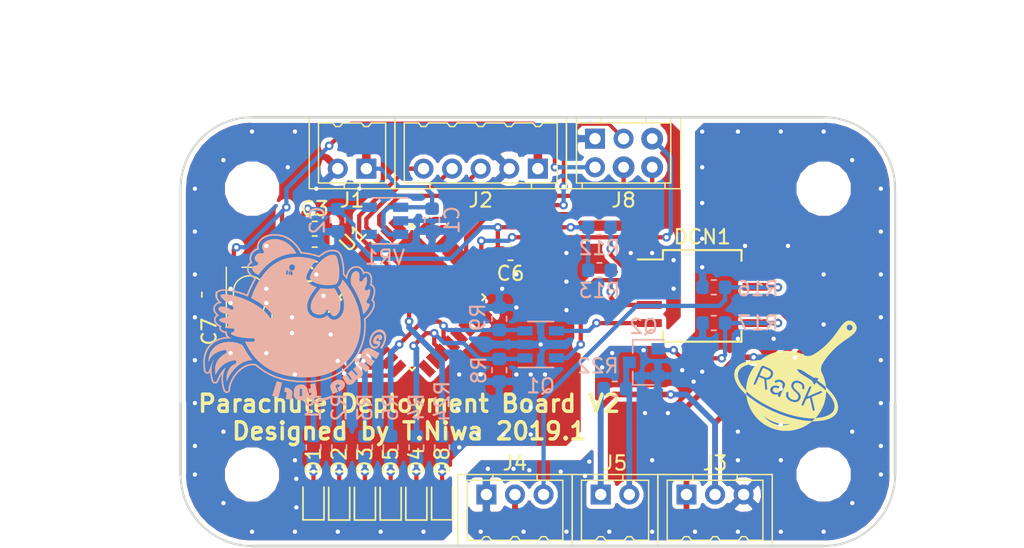
<source format=kicad_pcb>
(kicad_pcb (version 20171130) (host pcbnew "(5.0.0)")
  (layers (0 F.Cu signal) (31 B.Cu signal) (34 B.Paste user) (35 F.Paste user) (36 B.SilkS user) (37 F.SilkS user) (38 B.Mask user) (39 F.Mask user) (44 Edge.Cuts user))
  (net 0 "")
  (net 1 GND)
  (net 2 +6V)
  (net 3 +3V3)
  (net 4 /RESET)
  (net 5 "Net-(D1-Pad2)")
  (net 6 "Net-(D2-Pad2)")
  (net 7 "Net-(D3-Pad2)")
  (net 8 "Net-(D4-Pad2)")
  (net 9 "Net-(D5-Pad2)")
  (net 10 "Net-(D8-Pad2)")
  (net 11 "Net-(DCN1-Pad1)")
  (net 12 "Net-(DCN1-Pad2)")
  (net 13 "Net-(DCN1-Pad3)")
  (net 14 "Net-(DCN1-Pad4)")
  (net 15 "Net-(DCN1-Pad5)")
  (net 16 AirVCC1)
  (net 17 GNDPWR)
  (net 18 TRIG)
  (net 19 FPIN)
  (net 20 VCC)
  (net 21 Servo1)
  (net 22 AirGND1)
  (net 23 SWDIO)
  (net 24 SWCLK)
  (net 25 Debug_TX)
  (net 26 Debug_RX)
  (net 27 SIG2)
  (net 28 SIG1)
  (net 29 /LED1)
  (net 30 /LED2)
  (net 31 "Net-(SW1-Pad1)")
  (net 32 "Net-(U1-Pad2)")
  (net 33 "Net-(U1-Pad3)")
  (net 34 "Net-(U1-Pad6)")
  (net 35 "Net-(U1-Pad9)")
  (net 36 "Net-(U1-Pad10)")
  (net 37 "Net-(U1-Pad13)")
  (net 38 "Net-(U1-Pad22)")
  (net 39 "Net-(U1-Pad25)")
  (net 40 TRIG2)
  (net 41 "Net-(VR1-Pad4)")
  (net 42 "Net-(U1-Pad14)")
  (net 43 "Net-(U1-Pad15)")
  (net 44 "Net-(U1-Pad18)")
  (net 45 "Net-(U1-Pad29)")
  (net 46 "Net-(U1-Pad30)")
  (net 47 "Net-(U1-Pad21)")
  (module MountingHole:MountingHole_3.2mm_M3 (layer F.Cu) (at 105 130)
    (fp_text reference REF** hide)
    (fp_text value MountingHole_3.2mm_M3)
    (pad 1 np_thru_hole circle (at 0 0) (size 3.2 3.2) (drill 3.2) (layers *.Cu *.Mask))
  )
  (module MountingHole:MountingHole_3.2mm_M3 (layer F.Cu) (at 65 130)
    (fp_text reference REF** hide)
    (fp_text value MountingHole_3.2mm_M3)
    (pad 1 np_thru_hole circle (at 0 0) (size 3.2 3.2) (drill 3.2) (layers *.Cu *.Mask))
  )
  (module MountingHole:MountingHole_3.2mm_M3 (layer F.Cu) (at 65 110)
    (fp_text reference REF** hide)
    (fp_text value MountingHole_3.2mm_M3)
    (pad 1 np_thru_hole circle (at 0 0) (size 3.2 3.2) (drill 3.2) (layers *.Cu *.Mask))
  )
  (module Capacitor_SMD:C_0603_1608Metric (layer B.Cu) (at 77.6 112.1875 270)
    (fp_text reference C1 (at 0 -1.4 270) (layer B.SilkS) (effects (justify mirror)))
    (fp_text value 0.47u)
    (pad 2 smd roundrect (at 0.7875 0 270) (size 0.875 0.95) (layers B.Cu B.Paste B.Mask) (net 1 GND))
    (pad 1 smd roundrect (at -0.7875 0 270) (size 0.875 0.95) (layers B.Cu B.Paste B.Mask) (net 2 +6V))
  )
  (module Capacitor_SMD:C_0603_1608Metric (layer B.Cu) (at 71 112.2125 270)
    (fp_text reference C2 (at 0 1.43 270) (layer B.SilkS) (effects (justify mirror)))
    (fp_text value 4.7u)
    (pad 1 smd roundrect (at -0.7875 0 270) (size 0.875 0.95) (layers B.Cu B.Paste B.Mask) (net 3 +3V3))
    (pad 2 smd roundrect (at 0.7875 0 270) (size 0.875 0.95) (layers B.Cu B.Paste B.Mask) (net 1 GND))
  )
  (module Capacitor_SMD:C_0603_1608Metric (layer F.Cu) (at 69.3875 112.8 180)
    (fp_text reference C3 (at -0.0125 1.4 180) (layer F.SilkS))
    (fp_text value 4.7u)
    (pad 1 smd roundrect (at -0.7875 0 180) (size 0.875 0.95) (layers F.Cu F.Paste F.Mask) (net 1 GND))
    (pad 2 smd roundrect (at 0.7875 0 180) (size 0.875 0.95) (layers F.Cu F.Paste F.Mask) (net 3 +3V3))
  )
  (module Capacitor_SMD:C_0603_1608Metric (layer F.Cu) (at 69.3875 114.6 180)
    (fp_text reference C4 (at 0 -1.43 180) (layer F.SilkS))
    (fp_text value 0.1u)
    (pad 1 smd roundrect (at -0.7875 0 180) (size 0.875 0.95) (layers F.Cu F.Paste F.Mask) (net 1 GND))
    (pad 2 smd roundrect (at 0.7875 0 180) (size 0.875 0.95) (layers F.Cu F.Paste F.Mask) (net 3 +3V3))
  )
  (module Capacitor_SMD:C_0603_1608Metric (layer F.Cu) (at 68.8125 121.4)
    (fp_text reference C5 (at 0 -1.43) (layer F.SilkS))
    (fp_text value 0.01u)
    (pad 2 smd roundrect (at 0.7875 0) (size 0.875 0.95) (layers F.Cu F.Paste F.Mask) (net 3 +3V3))
    (pad 1 smd roundrect (at -0.7875 0) (size 0.875 0.95) (layers F.Cu F.Paste F.Mask) (net 1 GND))
  )
  (module Capacitor_SMD:C_0603_1608Metric (layer F.Cu) (at 83.0875 114.5 180)
    (fp_text reference C6 (at 0 -1.43 180) (layer F.SilkS))
    (fp_text value 0.1u)
    (pad 2 smd roundrect (at 0.7875 0 180) (size 0.875 0.95) (layers F.Cu F.Paste F.Mask) (net 3 +3V3))
    (pad 1 smd roundrect (at -0.7875 0 180) (size 0.875 0.95) (layers F.Cu F.Paste F.Mask) (net 1 GND))
  )
  (module Capacitor_SMD:C_0603_1608Metric (layer F.Cu) (at 62 117.4125 270)
    (fp_text reference C7 (at 2.5875 0 270) (layer F.SilkS))
    (fp_text value 0.1u)
    (pad 1 smd roundrect (at -0.7875 0 270) (size 0.875 0.95) (layers F.Cu F.Paste F.Mask) (net 4 /RESET))
    (pad 2 smd roundrect (at 0.7875 0 270) (size 0.875 0.95) (layers F.Cu F.Paste F.Mask) (net 1 GND))
  )
  (module LED_SMD:LED_0603_1608Metric (layer F.Cu) (at 69.3 131.6875 90)
    (fp_text reference D1 (at 2.6375 0 90) (layer F.SilkS))
    (fp_text value LED)
    (pad 2 smd roundrect (at 0.7875 0 90) (size 0.875 0.95) (layers F.Cu F.Paste F.Mask) (net 5 "Net-(D1-Pad2)"))
    (pad 1 smd roundrect (at -0.7875 0 90) (size 0.875 0.95) (layers F.Cu F.Paste F.Mask) (net 1 GND))
  )
  (module LED_SMD:LED_0603_1608Metric (layer F.Cu) (at 71.1 131.7 90)
    (fp_text reference D2 (at 2.65 0 90) (layer F.SilkS))
    (fp_text value LED)
    (pad 1 smd roundrect (at -0.7875 0 90) (size 0.875 0.95) (layers F.Cu F.Paste F.Mask) (net 1 GND))
    (pad 2 smd roundrect (at 0.7875 0 90) (size 0.875 0.95) (layers F.Cu F.Paste F.Mask) (net 6 "Net-(D2-Pad2)"))
  )
  (module LED_SMD:LED_0603_1608Metric (layer F.Cu) (at 72.9 131.7 90)
    (fp_text reference D3 (at 2.65 0 90) (layer F.SilkS))
    (fp_text value LED)
    (pad 2 smd roundrect (at 0.7875 0 90) (size 0.875 0.95) (layers F.Cu F.Paste F.Mask) (net 7 "Net-(D3-Pad2)"))
    (pad 1 smd roundrect (at -0.7875 0 90) (size 0.875 0.95) (layers F.Cu F.Paste F.Mask) (net 1 GND))
  )
  (module LED_SMD:LED_0603_1608Metric (layer F.Cu) (at 76.5 131.7 90)
    (fp_text reference D4 (at 2.65 0 90) (layer F.SilkS))
    (fp_text value RED)
    (pad 1 smd roundrect (at -0.7875 0 90) (size 0.875 0.95) (layers F.Cu F.Paste F.Mask) (net 1 GND))
    (pad 2 smd roundrect (at 0.7875 0 90) (size 0.875 0.95) (layers F.Cu F.Paste F.Mask) (net 8 "Net-(D4-Pad2)"))
  )
  (module LED_SMD:LED_0603_1608Metric (layer F.Cu) (at 74.7 131.7 90)
    (fp_text reference D5 (at 2.65 0 90) (layer F.SilkS))
    (fp_text value RED)
    (pad 2 smd roundrect (at 0.7875 0 90) (size 0.875 0.95) (layers F.Cu F.Paste F.Mask) (net 9 "Net-(D5-Pad2)"))
    (pad 1 smd roundrect (at -0.7875 0 90) (size 0.875 0.95) (layers F.Cu F.Paste F.Mask) (net 1 GND))
  )
  (module LED_SMD:LED_0603_1608Metric (layer F.Cu) (at 78.3 131.6875 90)
    (fp_text reference D8 (at 2.6375 0 90) (layer F.SilkS))
    (fp_text value LED)
    (pad 1 smd roundrect (at -0.7875 0 90) (size 0.875 0.95) (layers F.Cu F.Paste F.Mask) (net 1 GND))
    (pad 2 smd roundrect (at 0.7875 0 90) (size 0.875 0.95) (layers F.Cu F.Paste F.Mask) (net 10 "Net-(D8-Pad2)"))
  )
  (module Package_SO:SO-8_5.3x6.2mm_P1.27mm (layer F.Cu) (at 96.5 117.5)
    (fp_text reference DCN1 (at 0 -4.13) (layer F.SilkS))
    (fp_text value ACPL-227)
    (pad 1 smd rect (at -3.7 -1.905) (size 1.75 0.55) (layers F.Cu F.Paste F.Mask) (net 11 "Net-(DCN1-Pad1)"))
    (pad 2 smd rect (at -3.7 -0.635) (size 1.75 0.55) (layers F.Cu F.Paste F.Mask) (net 12 "Net-(DCN1-Pad2)"))
    (pad 3 smd rect (at -3.7 0.635) (size 1.75 0.55) (layers F.Cu F.Paste F.Mask) (net 13 "Net-(DCN1-Pad3)"))
    (pad 4 smd rect (at -3.7 1.905) (size 1.75 0.55) (layers F.Cu F.Paste F.Mask) (net 14 "Net-(DCN1-Pad4)"))
    (pad 5 smd rect (at 3.7 1.905) (size 1.75 0.55) (layers F.Cu F.Paste F.Mask) (net 15 "Net-(DCN1-Pad5)"))
    (pad 6 smd rect (at 3.7 0.635) (size 1.75 0.55) (layers F.Cu F.Paste F.Mask) (net 16 AirVCC1))
    (pad 7 smd rect (at 3.7 -0.635) (size 1.75 0.55) (layers F.Cu F.Paste F.Mask) (net 21 Servo1))
    (pad 8 smd rect (at 3.7 -1.905) (size 1.75 0.55) (layers F.Cu F.Paste F.Mask) (net 20 VCC))
  )
  (module KUT_Connector:DF3A-2P-2DSA (layer F.Cu) (at 72 108.6)
    (fp_text reference J1 (at 0 2.2) (layer F.SilkS))
    (fp_text value PWR)
    (pad 1 thru_hole rect (at 1 0) (size 1.4 1.4) (drill 0.8) (layers *.Cu *.Mask) (net 2 +6V))
    (pad 2 thru_hole circle (at -1 0) (size 1.4 1.4) (drill 0.8) (layers *.Cu *.Mask) (net 1 GND))
  )
  (module KUT_Connector:DF3A-5P-2DSA (layer F.Cu) (at 81 108.6)
    (fp_text reference J2 (at 0 2.2) (layer F.SilkS))
    (fp_text value Port)
    (pad 2 thru_hole circle (at 2 0) (size 1.4 1.4) (drill 0.8) (layers *.Cu *.Mask) (net 1 GND))
    (pad 1 thru_hole rect (at 4 0) (size 1.4 1.4) (drill 0.8) (layers *.Cu *.Mask) (net 2 +6V))
    (pad 3 thru_hole circle (at 0 0) (size 1.4 1.4) (drill 0.8) (layers *.Cu *.Mask) (net 18 TRIG))
    (pad 4 thru_hole circle (at -2 0) (size 1.4 1.4) (drill 0.8) (layers *.Cu *.Mask) (net 40 TRIG2))
    (pad 5 thru_hole circle (at -4 0) (size 1.4 1.4) (drill 0.8) (layers *.Cu *.Mask) (net 19 FPIN))
  )
  (module KUT_Connector:DF3A-3P-2DSA (layer F.Cu) (at 97.4 131.4 180)
    (fp_text reference J3 (at 0 2.2 180) (layer F.SilkS))
    (fp_text value Actuator_Port)
    (pad 2 thru_hole circle (at 0 0 180) (size 1.4 1.4) (drill 0.8) (layers *.Cu *.Mask) (net 16 AirVCC1))
    (pad 1 thru_hole rect (at 2 0 180) (size 1.4 1.4) (drill 0.8) (layers *.Cu *.Mask) (net 20 VCC))
    (pad 3 thru_hole circle (at -2 0 180) (size 1.4 1.4) (drill 0.8) (layers *.Cu *.Mask) (net 17 GNDPWR))
  )
  (module KUT_Connector:DF3A-3P-2DSA (layer F.Cu) (at 83.4 131.4 180)
    (fp_text reference J4 (at 0 2.2 180) (layer F.SilkS))
    (fp_text value Servo1)
    (pad 3 thru_hole circle (at -2 0 180) (size 1.4 1.4) (drill 0.8) (layers *.Cu *.Mask) (net 21 Servo1))
    (pad 1 thru_hole rect (at 2 0 180) (size 1.4 1.4) (drill 0.8) (layers *.Cu *.Mask) (net 17 GNDPWR))
    (pad 2 thru_hole circle (at 0 0 180) (size 1.4 1.4) (drill 0.8) (layers *.Cu *.Mask) (net 20 VCC))
  )
  (module KUT_Connector:DF3A-2P-2DSA (layer F.Cu) (at 90.4 131.4 180)
    (fp_text reference J5 (at 0 2.2 180) (layer F.SilkS))
    (fp_text value Air1)
    (pad 2 thru_hole circle (at -1 0 180) (size 1.4 1.4) (drill 0.8) (layers *.Cu *.Mask) (net 22 AirGND1))
    (pad 1 thru_hole rect (at 1 0 180) (size 1.4 1.4) (drill 0.8) (layers *.Cu *.Mask) (net 16 AirVCC1))
  )
  (module KUT_Connector:DF11-6DP-2DSA2 (layer F.Cu) (at 91 107.5 180)
    (fp_text reference J8 (at 0 -3.3 180) (layer F.SilkS))
    (fp_text value STLink+)
    (pad 2 thru_hole circle (at 2 -1 180) (size 1.4 1.4) (drill 0.8) (layers *.Cu *.Mask) (net 4 /RESET))
    (pad 1 thru_hole rect (at 2 1 180) (size 1.4 1.4) (drill 0.8) (layers *.Cu *.Mask) (net 1 GND))
    (pad 3 thru_hole circle (at 0 1 180) (size 1.4 1.4) (drill 0.8) (layers *.Cu *.Mask) (net 23 SWDIO))
    (pad 4 thru_hole circle (at 0 -1 180) (size 1.524 1.524) (drill 0.762) (layers *.Cu *.Mask) (net 24 SWCLK))
    (pad 5 thru_hole circle (at -2 1 180) (size 1.524 1.524) (drill 0.762) (layers *.Cu *.Mask) (net 25 Debug_TX))
    (pad 6 thru_hole circle (at -2 -1 180) (size 1.524 1.524) (drill 0.762) (layers *.Cu *.Mask) (net 26 Debug_RX))
  )
  (module Package_TO_SOT_SMD:SOT-23-5 (layer B.Cu) (at 85.2 120.9)
    (fp_text reference Q1 (at 0 2.9) (layer B.SilkS) (effects (justify mirror)))
    (fp_text value DUAL)
    (pad 5 smd rect (at 1.1 0.95) (size 1.06 0.65) (layers B.Cu B.Paste B.Mask) (net 12 "Net-(DCN1-Pad2)"))
    (pad 4 smd rect (at 1.1 -0.95) (size 1.06 0.65) (layers B.Cu B.Paste B.Mask) (net 14 "Net-(DCN1-Pad4)"))
    (pad 3 smd rect (at -1.1 -0.95) (size 1.06 0.65) (layers B.Cu B.Paste B.Mask) (net 27 SIG2))
    (pad 2 smd rect (at -1.1 0) (size 1.06 0.65) (layers B.Cu B.Paste B.Mask) (net 1 GND))
    (pad 1 smd rect (at -1.1 0.95) (size 1.06 0.65) (layers B.Cu B.Paste B.Mask) (net 28 SIG1))
  )
  (module Package_TO_SOT_SMD:SOT-23 (layer B.Cu) (at 92.4 122.15 180)
    (fp_text reference Q2 (at 0 2.5 180) (layer B.SilkS) (effects (justify mirror)))
    (fp_text value Q_NMOS_GSD)
    (pad 1 smd rect (at -1 0.95 180) (size 0.9 0.8) (layers B.Cu B.Paste B.Mask) (net 15 "Net-(DCN1-Pad5)"))
    (pad 2 smd rect (at -1 -0.95 180) (size 0.9 0.8) (layers B.Cu B.Paste B.Mask) (net 17 GNDPWR))
    (pad 3 smd rect (at 1 0 180) (size 0.9 0.8) (layers B.Cu B.Paste B.Mask) (net 22 AirGND1))
  )
  (module Resistor_SMD:R_0603_1608Metric (layer B.Cu) (at 69.3 128.0875 270)
    (fp_text reference R1 (at -2.7875 0 270) (layer B.SilkS) (effects (justify mirror)))
    (fp_text value 1k)
    (pad 2 smd roundrect (at 0.7875 0 270) (size 0.875 0.95) (layers B.Cu B.Paste B.Mask) (net 5 "Net-(D1-Pad2)"))
    (pad 1 smd roundrect (at -0.7875 0 270) (size 0.875 0.95) (layers B.Cu B.Paste B.Mask) (net 3 +3V3))
  )
  (module Resistor_SMD:R_0603_1608Metric (layer B.Cu) (at 71.1 128.1 270)
    (fp_text reference R2 (at -2.8 0 270) (layer B.SilkS) (effects (justify mirror)))
    (fp_text value 1k)
    (pad 1 smd roundrect (at -0.7875 0 270) (size 0.875 0.95) (layers B.Cu B.Paste B.Mask) (net 29 /LED1))
    (pad 2 smd roundrect (at 0.7875 0 270) (size 0.875 0.95) (layers B.Cu B.Paste B.Mask) (net 6 "Net-(D2-Pad2)"))
  )
  (module Resistor_SMD:R_0603_1608Metric (layer B.Cu) (at 72.9 128.1 270)
    (fp_text reference R3 (at -2.8 0 270) (layer B.SilkS) (effects (justify mirror)))
    (fp_text value 1k)
    (pad 2 smd roundrect (at 0.7875 0 270) (size 0.875 0.95) (layers B.Cu B.Paste B.Mask) (net 7 "Net-(D3-Pad2)"))
    (pad 1 smd roundrect (at -0.7875 0 270) (size 0.875 0.95) (layers B.Cu B.Paste B.Mask) (net 30 /LED2))
  )
  (module Resistor_SMD:R_0603_1608Metric (layer B.Cu) (at 76.5 128.1 270)
    (fp_text reference R4 (at -2.8 0 270) (layer B.SilkS) (effects (justify mirror)))
    (fp_text value 1k)
    (pad 2 smd roundrect (at 0.7875 0 270) (size 0.875 0.95) (layers B.Cu B.Paste B.Mask) (net 8 "Net-(D4-Pad2)"))
    (pad 1 smd roundrect (at -0.7875 0 270) (size 0.875 0.95) (layers B.Cu B.Paste B.Mask) (net 28 SIG1))
  )
  (module Resistor_SMD:R_0603_1608Metric (layer B.Cu) (at 74.7 128.1 270)
    (fp_text reference R5 (at -2.8 0 270) (layer B.SilkS) (effects (justify mirror)))
    (fp_text value 1k)
    (pad 2 smd roundrect (at 0.7875 0 270) (size 0.875 0.95) (layers B.Cu B.Paste B.Mask) (net 9 "Net-(D5-Pad2)"))
    (pad 1 smd roundrect (at -0.7875 0 270) (size 0.875 0.95) (layers B.Cu B.Paste B.Mask) (net 27 SIG2))
  )
  (module Resistor_SMD:R_0603_1608Metric (layer B.Cu) (at 82.3 122.7 270)
    (fp_text reference R8 (at 0 1.43 270) (layer B.SilkS) (effects (justify mirror)))
    (fp_text value 1k)
    (pad 1 smd roundrect (at -0.7875 0 270) (size 0.875 0.95) (layers B.Cu B.Paste B.Mask) (net 28 SIG1))
    (pad 2 smd roundrect (at 0.7875 0 270) (size 0.875 0.95) (layers B.Cu B.Paste B.Mask) (net 1 GND))
  )
  (module Resistor_SMD:R_0603_1608Metric (layer B.Cu) (at 82.3 119.1 90)
    (fp_text reference R9 (at 0.1 -1.5 90) (layer B.SilkS) (effects (justify mirror)))
    (fp_text value 1k)
    (pad 1 smd roundrect (at -0.7875 0 90) (size 0.875 0.95) (layers B.Cu B.Paste B.Mask) (net 27 SIG2))
    (pad 2 smd roundrect (at 0.7875 0 90) (size 0.875 0.95) (layers B.Cu B.Paste B.Mask) (net 1 GND))
  )
  (module Resistor_SMD:R_0603_1608Metric (layer B.Cu) (at 89.3 112.7)
    (fp_text reference R12 (at 0 1.43) (layer B.SilkS) (effects (justify mirror)))
    (fp_text value 1k)
    (pad 1 smd roundrect (at -0.7875 0) (size 0.875 0.95) (layers B.Cu B.Paste B.Mask) (net 3 +3V3))
    (pad 2 smd roundrect (at 0.7875 0) (size 0.875 0.95) (layers B.Cu B.Paste B.Mask) (net 11 "Net-(DCN1-Pad1)"))
  )
  (module Resistor_SMD:R_0603_1608Metric (layer B.Cu) (at 89.3125 115.7)
    (fp_text reference R13 (at 0 1.43) (layer B.SilkS) (effects (justify mirror)))
    (fp_text value 1k)
    (pad 2 smd roundrect (at 0.7875 0) (size 0.875 0.95) (layers B.Cu B.Paste B.Mask) (net 13 "Net-(DCN1-Pad3)"))
    (pad 1 smd roundrect (at -0.7875 0) (size 0.875 0.95) (layers B.Cu B.Paste B.Mask) (net 3 +3V3))
  )
  (module Resistor_SMD:R_0603_1608Metric (layer B.Cu) (at 97.3125 116.9 180)
    (fp_text reference R16 (at -3.0875 -0.1 180) (layer B.SilkS) (effects (justify mirror)))
    (fp_text value 1k)
    (pad 1 smd roundrect (at -0.7875 0 180) (size 0.875 0.95) (layers B.Cu B.Paste B.Mask) (net 21 Servo1))
    (pad 2 smd roundrect (at 0.7875 0 180) (size 0.875 0.95) (layers B.Cu B.Paste B.Mask) (net 17 GNDPWR))
  )
  (module Resistor_SMD:R_0603_1608Metric (layer B.Cu) (at 97.3125 119.4 180)
    (fp_text reference R17 (at -3.0875 0 180) (layer B.SilkS) (effects (justify mirror)))
    (fp_text value 1k)
    (pad 2 smd roundrect (at 0.7875 0 180) (size 0.875 0.95) (layers B.Cu B.Paste B.Mask) (net 17 GNDPWR))
    (pad 1 smd roundrect (at -0.7875 0 180) (size 0.875 0.95) (layers B.Cu B.Paste B.Mask) (net 15 "Net-(DCN1-Pad5)"))
  )
  (module Resistor_SMD:R_0603_1608Metric (layer B.Cu) (at 90.3875 124 180)
    (fp_text reference R22 (at 1.1875 1.6 180) (layer B.SilkS) (effects (justify mirror)))
    (fp_text value 1k)
    (pad 1 smd roundrect (at -0.7875 0 180) (size 0.875 0.95) (layers B.Cu B.Paste B.Mask) (net 22 AirGND1))
    (pad 2 smd roundrect (at 0.7875 0 180) (size 0.875 0.95) (layers B.Cu B.Paste B.Mask) (net 16 AirVCC1))
  )
  (module Resistor_SMD:R_0603_1608Metric (layer B.Cu) (at 78.3 128.1 270)
    (fp_text reference R24 (at -3.2 0 270) (layer B.SilkS) (effects (justify mirror)))
    (fp_text value 1k)
    (pad 1 smd roundrect (at -0.7875 0 270) (size 0.875 0.95) (layers B.Cu B.Paste B.Mask) (net 19 FPIN))
    (pad 2 smd roundrect (at 0.7875 0 270) (size 0.875 0.95) (layers B.Cu B.Paste B.Mask) (net 10 "Net-(D8-Pad2)"))
  )
  (module KUT_Switch:SW_SPST_SKRPACE010 (layer F.Cu) (at 64.8 117.6 90)
    (fp_text reference SW1 (at 0 2.54 90) (layer F.SilkS))
    (fp_text value SW_Push_Dual)
    (pad 1 smd rect (at -2.075 -1.075 90) (size 1.05 0.65) (layers F.Cu F.Paste F.Mask) (net 31 "Net-(SW1-Pad1)"))
    (pad 2 smd rect (at 2.075 -1.075 90) (size 1.05 0.65) (layers F.Cu F.Paste F.Mask) (net 4 /RESET))
    (pad 3 smd rect (at -2.075 1.075 90) (size 1.05 0.65) (layers F.Cu F.Paste F.Mask) (net 1 GND))
    (pad 4 smd rect (at 2.075 1.075 90) (size 1.05 0.65) (layers F.Cu F.Paste F.Mask) (net 1 GND))
  )
  (module Package_QFP:LQFP-32_7x7mm_P0.8mm (layer F.Cu) (at 76.2 117.6 45)
    (fp_text reference U1 (at 0 -5.85 45) (layer F.SilkS))
    (fp_text value STM32F042K6Tx)
    (pad 1 smd rect (at -4.25 -2.8 45) (size 1.2 0.6) (layers F.Cu F.Paste F.Mask) (net 3 +3V3))
    (pad 2 smd rect (at -4.25 -2 45) (size 1.2 0.6) (layers F.Cu F.Paste F.Mask) (net 32 "Net-(U1-Pad2)"))
    (pad 3 smd rect (at -4.25 -1.2 45) (size 1.2 0.6) (layers F.Cu F.Paste F.Mask) (net 33 "Net-(U1-Pad3)"))
    (pad 4 smd rect (at -4.25 -0.4 45) (size 1.2 0.6) (layers F.Cu F.Paste F.Mask) (net 4 /RESET))
    (pad 5 smd rect (at -4.25 0.4 45) (size 1.2 0.6) (layers F.Cu F.Paste F.Mask) (net 3 +3V3))
    (pad 6 smd rect (at -4.25 1.2 45) (size 1.2 0.6) (layers F.Cu F.Paste F.Mask) (net 34 "Net-(U1-Pad6)"))
    (pad 7 smd rect (at -4.25 2 45) (size 1.2 0.6) (layers F.Cu F.Paste F.Mask) (net 30 /LED2))
    (pad 8 smd rect (at -4.25 2.8 45) (size 1.2 0.6) (layers F.Cu F.Paste F.Mask) (net 29 /LED1))
    (pad 9 smd rect (at -2.8 4.25 135) (size 1.2 0.6) (layers F.Cu F.Paste F.Mask) (net 35 "Net-(U1-Pad9)"))
    (pad 10 smd rect (at -2 4.25 135) (size 1.2 0.6) (layers F.Cu F.Paste F.Mask) (net 36 "Net-(U1-Pad10)"))
    (pad 11 smd rect (at -1.2 4.25 135) (size 1.2 0.6) (layers F.Cu F.Paste F.Mask) (net 28 SIG1))
    (pad 12 smd rect (at -0.4 4.25 135) (size 1.2 0.6) (layers F.Cu F.Paste F.Mask) (net 27 SIG2))
    (pad 13 smd rect (at 0.4 4.25 135) (size 1.2 0.6) (layers F.Cu F.Paste F.Mask) (net 37 "Net-(U1-Pad13)"))
    (pad 14 smd rect (at 1.2 4.25 135) (size 1.2 0.6) (layers F.Cu F.Paste F.Mask) (net 42 "Net-(U1-Pad14)"))
    (pad 15 smd rect (at 2 4.25 135) (size 1.2 0.6) (layers F.Cu F.Paste F.Mask) (net 43 "Net-(U1-Pad15)"))
    (pad 16 smd rect (at 2.8 4.25 135) (size 1.2 0.6) (layers F.Cu F.Paste F.Mask) (net 1 GND))
    (pad 17 smd rect (at 4.25 2.8 45) (size 1.2 0.6) (layers F.Cu F.Paste F.Mask) (net 3 +3V3))
    (pad 18 smd rect (at 4.25 2 45) (size 1.2 0.6) (layers F.Cu F.Paste F.Mask) (net 44 "Net-(U1-Pad18)"))
    (pad 19 smd rect (at 4.25 1.2 45) (size 1.2 0.6) (layers F.Cu F.Paste F.Mask) (net 25 Debug_TX))
    (pad 20 smd rect (at 4.25 0.4 45) (size 1.2 0.6) (layers F.Cu F.Paste F.Mask) (net 26 Debug_RX))
    (pad 21 smd rect (at 4.25 -0.4 45) (size 1.2 0.6) (layers F.Cu F.Paste F.Mask) (net 47 "Net-(U1-Pad21)"))
    (pad 22 smd rect (at 4.25 -1.2 45) (size 1.2 0.6) (layers F.Cu F.Paste F.Mask) (net 38 "Net-(U1-Pad22)"))
    (pad 23 smd rect (at 4.25 -2 45) (size 1.2 0.6) (layers F.Cu F.Paste F.Mask) (net 23 SWDIO))
    (pad 24 smd rect (at 4.25 -2.8 45) (size 1.2 0.6) (layers F.Cu F.Paste F.Mask) (net 24 SWCLK))
    (pad 25 smd rect (at 2.8 -4.25 135) (size 1.2 0.6) (layers F.Cu F.Paste F.Mask) (net 39 "Net-(U1-Pad25)"))
    (pad 26 smd rect (at 2 -4.25 135) (size 1.2 0.6) (layers F.Cu F.Paste F.Mask) (net 18 TRIG))
    (pad 27 smd rect (at 1.2 -4.25 135) (size 1.2 0.6) (layers F.Cu F.Paste F.Mask) (net 40 TRIG2))
    (pad 28 smd rect (at 0.4 -4.25 135) (size 1.2 0.6) (layers F.Cu F.Paste F.Mask) (net 19 FPIN))
    (pad 29 smd rect (at -0.4 -4.25 135) (size 1.2 0.6) (layers F.Cu F.Paste F.Mask) (net 45 "Net-(U1-Pad29)"))
    (pad 30 smd rect (at -1.2 -4.25 135) (size 1.2 0.6) (layers F.Cu F.Paste F.Mask) (net 46 "Net-(U1-Pad30)"))
    (pad 31 smd rect (at -2 -4.25 135) (size 1.2 0.6) (layers F.Cu F.Paste F.Mask) (net 1 GND))
    (pad 32 smd rect (at -2.8 -4.25 135) (size 1.2 0.6) (layers F.Cu F.Paste F.Mask) (net 1 GND))
  )
  (module Package_TO_SOT_SMD:SOT-23-5 (layer B.Cu) (at 74.3 112.25 180)
    (fp_text reference VR1 (at 0 -2.55 180) (layer B.SilkS) (effects (justify mirror)))
    (fp_text value NJM12888)
    (pad 1 smd rect (at -1.1 0.95 180) (size 1.06 0.65) (layers B.Cu B.Paste B.Mask) (net 2 +6V))
    (pad 2 smd rect (at -1.1 0 180) (size 1.06 0.65) (layers B.Cu B.Paste B.Mask) (net 1 GND))
    (pad 3 smd rect (at -1.1 -0.95 180) (size 1.06 0.65) (layers B.Cu B.Paste B.Mask) (net 2 +6V))
    (pad 4 smd rect (at 1.1 -0.95 180) (size 1.06 0.65) (layers B.Cu B.Paste B.Mask) (net 41 "Net-(VR1-Pad4)"))
    (pad 5 smd rect (at 1.1 0.95 180) (size 1.06 0.65) (layers B.Cu B.Paste B.Mask) (net 3 +3V3))
  )
  (module MountingHole:MountingHole_3.2mm_M3 (layer F.Cu) (at 105 110)
    (fp_text reference REF** hide)
    (fp_text value MountingHole_3.2mm_M3)
    (pad 1 np_thru_hole circle (at 0 0) (size 3.2 3.2) (drill 3.2) (layers *.Cu *.Mask))
  )
  (module logo:rask (layer F.Cu) (at 103 123)
    (fp_text reference G*** hide)
    (fp_text value LOGO hide)
  )
  (module logo:niwatori (layer B.Cu) (at 68 119 180)
    (fp_text reference G*** hide)
    (fp_text value LOGO hide)
  )
  (gr_text "Parachute Deployment Board V2\nDesigned by T.Niwa 2019.1" (at 76 126) (layer F.SilkS) (effects (font (size 1.2 1.2) (thickness 0.24))))
  (gr_arc (start 105 130) (end 105 135) (angle -90) (layer Edge.Cuts) (width 0.15))
  (gr_arc (start 65 130) (end 60 130) (angle -90) (layer Edge.Cuts) (width 0.15))
  (gr_line (start 65 135) (end 105 135) (layer Edge.Cuts) (width 0.2))
  (gr_line (start 60 125) (end 60 130) (layer Edge.Cuts) (width 0.2))
  (gr_line (start 110 125) (end 110 130) (layer Edge.Cuts) (width 0.2))
  (gr_line (start 110 110) (end 110 125) (layer Edge.Cuts) (width 0.15))
  (gr_line (start 60 110) (end 60 125) (layer Edge.Cuts) (width 0.15))
  (gr_arc (start 65 110) (end 65 105) (angle -90) (layer Edge.Cuts) (width 0.15))
  (gr_arc (start 105 110) (end 110 110) (angle -90) (layer Edge.Cuts) (width 0.15))
  (gr_line (start 65 105) (end 105 105) (layer Edge.Cuts) (width 0.2))
  (via (at 85.2 120.9) (size 0.6) (drill 0.3) (layers F.Cu B.Cu) (net 1))
  (segment (start 84.1 120.9) (end 85.2 120.9) (width 0.4) (layer B.Cu) (net 1))
  (segment (start 85.2 120.9) (end 85.2 118.2) (width 0.4) (layer B.Cu) (net 1))
  (segment (start 85.0875 118.3125) (end 83.5 118.3125) (width 0.4) (layer B.Cu) (net 1))
  (segment (start 85.2 118.2) (end 85.0875 118.3125) (width 0.4) (layer B.Cu) (net 1))
  (segment (start 76.6 112.25) (end 75.4 112.25) (width 0.3) (layer B.Cu) (net 1))
  (segment (start 77.6 112.25) (end 77.6 112.975) (width 0.3) (layer B.Cu) (net 1))
  (segment (start 77.6 112.25) (end 78.65 112.25) (width 0.3) (layer B.Cu) (net 1))
  (segment (start 76.6 112.25) (end 77.6 112.25) (width 0.3) (layer B.Cu) (net 1))
  (segment (start 76.625 112.975) (end 77.6 112.975) (width 0.3) (layer B.Cu) (net 1))
  (segment (start 76.6 113) (end 76.625 112.975) (width 0.3) (layer B.Cu) (net 1))
  (segment (start 76.6 112.25) (end 76.6 113) (width 0.3) (layer B.Cu) (net 1))
  (segment (start 76.6 113) (end 76.6 114) (width 0.3) (layer B.Cu) (net 1))
  (segment (start 70.371573 114.6) (end 71.780583 116.00901) (width 0.3) (layer F.Cu) (net 1))
  (segment (start 70.175 114.6) (end 70.371573 114.6) (width 0.3) (layer F.Cu) (net 1))
  (segment (start 70.175 115.534798) (end 71.214897 116.574695) (width 0.3) (layer F.Cu) (net 1))
  (segment (start 70.175 114.6) (end 70.175 115.534798) (width 0.3) (layer F.Cu) (net 1))
  (segment (start 81.185103 118.625305) (end 82.759798 120.2) (width 0.3) (layer F.Cu) (net 1))
  (via (at 61 110) (size 0.6) (drill 0.3) (layers F.Cu B.Cu) (net 1))
  (via (at 61 113) (size 0.6) (drill 0.3) (layers F.Cu B.Cu) (net 1))
  (via (at 61 116) (size 0.6) (drill 0.3) (layers F.Cu B.Cu) (net 1))
  (via (at 61 119) (size 0.6) (drill 0.3) (layers F.Cu B.Cu) (net 1))
  (via (at 61 122) (size 0.6) (drill 0.3) (layers F.Cu B.Cu) (net 1))
  (via (at 61 125) (size 0.6) (drill 0.3) (layers F.Cu B.Cu) (net 1))
  (via (at 63 108) (size 0.6) (drill 0.3) (layers F.Cu B.Cu) (net 1))
  (via (at 65 106) (size 0.6) (drill 0.3) (layers F.Cu B.Cu) (net 1))
  (via (at 68 106) (size 0.6) (drill 0.3) (layers F.Cu B.Cu) (net 1))
  (via (at 63 127) (size 0.6) (drill 0.3) (layers F.Cu B.Cu) (net 1))
  (via (at 68 129) (size 0.6) (drill 0.3) (layers F.Cu B.Cu) (net 1))
  (via (at 68.1 132.3) (size 0.6) (drill 0.3) (layers F.Cu B.Cu) (net 1))
  (via (at 68.1 130.3) (size 0.6) (drill 0.3) (layers F.Cu B.Cu) (net 1))
  (via (at 68 123) (size 0.6) (drill 0.3) (layers F.Cu B.Cu) (net 1))
  (via (at 94.5 117) (size 0.6) (drill 0.3) (layers F.Cu B.Cu) (net 1))
  (via (at 94.5 115) (size 0.6) (drill 0.3) (layers F.Cu B.Cu) (net 1))
  (via (at 91.5 114.5) (size 0.6) (drill 0.3) (layers F.Cu B.Cu) (net 1))
  (via (at 93 114.5) (size 0.6) (drill 0.3) (layers F.Cu B.Cu) (net 1))
  (via (at 87 118.5) (size 0.6) (drill 0.3) (layers F.Cu B.Cu) (net 1))
  (via (at 87 116.5) (size 0.6) (drill 0.3) (layers F.Cu B.Cu) (net 1))
  (via (at 87 114.5) (size 0.6) (drill 0.3) (layers F.Cu B.Cu) (net 1))
  (via (at 72.5 110) (size 0.6) (drill 0.3) (layers F.Cu B.Cu) (net 1))
  (via (at 69.5 110) (size 0.6) (drill 0.3) (layers F.Cu B.Cu) (net 1))
  (via (at 67.5 108.5) (size 0.6) (drill 0.3) (layers F.Cu B.Cu) (net 1))
  (via (at 66 114) (size 0.6) (drill 0.3) (layers F.Cu B.Cu) (net 1))
  (via (at 66 117) (size 0.6) (drill 0.3) (layers F.Cu B.Cu) (net 1))
  (via (at 63.5 117) (size 0.6) (drill 0.3) (layers F.Cu B.Cu) (net 1))
  (via (at 63.5 118) (size 0.6) (drill 0.3) (layers F.Cu B.Cu) (net 1))
  (via (at 66 118) (size 0.6) (drill 0.3) (layers F.Cu B.Cu) (net 1))
  (via (at 70 117.5) (size 0.6) (drill 0.3) (layers F.Cu B.Cu) (net 1))
  (via (at 69.5 116) (size 0.6) (drill 0.3) (layers F.Cu B.Cu) (net 1))
  (via (at 83.5 116) (size 0.6) (drill 0.3) (layers F.Cu B.Cu) (net 1))
  (via (at 82.5 117) (size 0.6) (drill 0.3) (layers F.Cu B.Cu) (net 1))
  (segment (start 83.5 118.3125) (end 82.3 118.3125) (width 0.4) (layer B.Cu) (net 1))
  (via (at 83.5 118.3125) (size 0.6) (drill 0.3) (layers F.Cu B.Cu) (net 1))
  (via (at 85.5 123) (size 0.6) (drill 0.3) (layers F.Cu B.Cu) (net 1))
  (via (at 83.5 123) (size 0.6) (drill 0.3) (layers F.Cu B.Cu) (net 1))
  (via (at 84.5 123) (size 0.6) (drill 0.3) (layers F.Cu B.Cu) (net 1))
  (via (at 81 123) (size 0.6) (drill 0.3) (layers F.Cu B.Cu) (net 1))
  (via (at 79.5 123) (size 0.6) (drill 0.3) (layers F.Cu B.Cu) (net 1))
  (via (at 66 121.5) (size 0.6) (drill 0.3) (layers F.Cu B.Cu) (net 1))
  (via (at 63.5 121.5) (size 0.6) (drill 0.3) (layers F.Cu B.Cu) (net 1))
  (via (at 84.5 127.2) (size 0.6) (drill 0.3) (layers F.Cu B.Cu) (net 1))
  (via (at 82.6 127.2) (size 0.6) (drill 0.3) (layers F.Cu B.Cu) (net 1))
  (via (at 80.8 127.2) (size 0.6) (drill 0.3) (layers F.Cu B.Cu) (net 1))
  (via (at 84.5 125.3) (size 0.6) (drill 0.3) (layers F.Cu B.Cu) (net 1))
  (via (at 79.5 128.1) (size 0.6) (drill 0.3) (layers F.Cu B.Cu) (net 1))
  (via (at 79.4 125.4) (size 0.6) (drill 0.3) (layers F.Cu B.Cu) (net 1))
  (via (at 61 128) (size 0.6) (drill 0.3) (layers F.Cu B.Cu) (net 1))
  (via (at 61 130) (size 0.6) (drill 0.3) (layers F.Cu B.Cu) (net 1))
  (via (at 63 132) (size 0.6) (drill 0.3) (layers F.Cu B.Cu) (net 1))
  (via (at 65 134) (size 0.6) (drill 0.3) (layers F.Cu B.Cu) (net 1))
  (via (at 68 134) (size 0.6) (drill 0.3) (layers F.Cu B.Cu) (net 1))
  (via (at 71 134) (size 0.6) (drill 0.3) (layers F.Cu B.Cu) (net 1))
  (via (at 74 134) (size 0.6) (drill 0.3) (layers F.Cu B.Cu) (net 1))
  (via (at 77 134) (size 0.6) (drill 0.3) (layers F.Cu B.Cu) (net 1))
  (segment (start 73 107.3) (end 73.9 106.4) (width 0.6) (layer F.Cu) (net 2))
  (segment (start 73 108.6) (end 73 107.3) (width 0.6) (layer F.Cu) (net 2))
  (segment (start 73.9 106.4) (end 84.1 106.4) (width 0.6) (layer F.Cu) (net 2))
  (segment (start 85 107.3) (end 85 108.6) (width 0.6) (layer F.Cu) (net 2))
  (segment (start 84.1 106.4) (end 85 107.3) (width 0.6) (layer F.Cu) (net 2))
  (segment (start 74 108.6) (end 73 108.6) (width 0.3) (layer B.Cu) (net 2))
  (segment (start 75.3 109.9) (end 74 108.6) (width 0.3) (layer B.Cu) (net 2))
  (segment (start 77.1 109.9) (end 75.3 109.9) (width 0.3) (layer B.Cu) (net 2))
  (segment (start 77.6 111.4) (end 77.6 110.4) (width 0.3) (layer B.Cu) (net 2))
  (segment (start 77.6 110.4) (end 77.1 109.9) (width 0.3) (layer B.Cu) (net 2))
  (segment (start 77.5 111.3) (end 77.6 111.4) (width 0.3) (layer B.Cu) (net 2))
  (segment (start 75.4 111.3) (end 77.5 111.3) (width 0.3) (layer B.Cu) (net 2))
  (segment (start 74.57 111.3) (end 74.2 111.67) (width 0.3) (layer B.Cu) (net 2))
  (segment (start 75.4 111.3) (end 74.57 111.3) (width 0.3) (layer B.Cu) (net 2))
  (segment (start 74.57 113.2) (end 75.4 113.2) (width 0.3) (layer B.Cu) (net 2))
  (segment (start 74.2 112.83) (end 74.57 113.2) (width 0.3) (layer B.Cu) (net 2))
  (segment (start 74.2 111.67) (end 74.2 112.83) (width 0.3) (layer B.Cu) (net 2))
  (segment (start 71.125 111.3) (end 71 111.425) (width 0.3) (layer B.Cu) (net 3))
  (segment (start 73.2 111.3) (end 71.125 111.3) (width 0.3) (layer B.Cu) (net 3))
  (via (at 68.9 111.4) (size 0.6) (drill 0.3) (layers F.Cu B.Cu) (net 3))
  (segment (start 71 111.425) (end 68.925 111.425) (width 0.3) (layer B.Cu) (net 3))
  (segment (start 68.925 111.425) (end 68.9 111.4) (width 0.3) (layer B.Cu) (net 3))
  (segment (start 68.6 111.7) (end 68.9 111.4) (width 0.3) (layer F.Cu) (net 3))
  (segment (start 68.6 112.8) (end 68.6 111.7) (width 0.3) (layer F.Cu) (net 3))
  (segment (start 68.6 112.8) (end 68.6 114.6) (width 0.3) (layer F.Cu) (net 3))
  (segment (start 68.6 114.6) (end 68.6 118.2) (width 0.3) (layer F.Cu) (net 3))
  (segment (start 68.6 120.4) (end 69.6 121.4) (width 0.3) (layer F.Cu) (net 3))
  (segment (start 72.965686 121.4) (end 73.477639 120.888047) (width 0.3) (layer F.Cu) (net 3))
  (segment (start 69.6 121.4) (end 72.965686 121.4) (width 0.3) (layer F.Cu) (net 3))
  (segment (start 71 111.425) (end 72.1 112.525) (width 0.3) (layer B.Cu) (net 3))
  (segment (start 72.1 113.585002) (end 73.414998 114.9) (width 0.3) (layer B.Cu) (net 3))
  (segment (start 72.1 112.525) (end 72.1 113.585002) (width 0.3) (layer B.Cu) (net 3))
  (segment (start 73.414998 114.9) (end 78.9 114.9) (width 0.3) (layer B.Cu) (net 3))
  (via (at 82.2 112.7) (size 0.6) (drill 0.3) (layers F.Cu B.Cu) (net 3))
  (segment (start 78.9 114.9) (end 81.1 112.7) (width 0.3) (layer B.Cu) (net 3))
  (segment (start 81.1 112.7) (end 82.2 112.7) (width 0.3) (layer B.Cu) (net 3))
  (segment (start 82.2 114.4) (end 82.3 114.5) (width 0.3) (layer F.Cu) (net 3))
  (segment (start 82.2 112.7) (end 82.2 114.4) (width 0.3) (layer F.Cu) (net 3))
  (segment (start 82.3 115.459798) (end 81.185103 116.574695) (width 0.3) (layer F.Cu) (net 3))
  (segment (start 82.3 114.5) (end 82.3 115.459798) (width 0.3) (layer F.Cu) (net 3))
  (segment (start 88.5125 115.6875) (end 88.525 115.7) (width 0.3) (layer B.Cu) (net 3))
  (segment (start 88.5125 112.7) (end 88.5125 115.6875) (width 0.3) (layer B.Cu) (net 3))
  (via (at 87.3 112.7) (size 0.6) (drill 0.3) (layers F.Cu B.Cu) (net 3))
  (segment (start 82.2 112.7) (end 87.3 112.7) (width 0.3) (layer F.Cu) (net 3))
  (segment (start 87.3 112.7) (end 88.5125 112.7) (width 0.3) (layer B.Cu) (net 3))
  (via (at 67.8 120.1) (size 0.6) (drill 0.3) (layers F.Cu B.Cu) (net 3))
  (segment (start 67.8 120.6) (end 69.2 122) (width 0.3) (layer B.Cu) (net 3))
  (segment (start 68.6 118.7) (end 68.6 118.6) (width 0.3) (layer F.Cu) (net 3))
  (segment (start 68.6 118.2) (end 68.6 118.7) (width 0.3) (layer F.Cu) (net 3))
  (segment (start 68.6 119.9) (end 68.6 120.4) (width 0.3) (layer F.Cu) (net 3))
  (segment (start 68.6 119.2) (end 68.6 119.3) (width 0.3) (layer F.Cu) (net 3))
  (segment (start 68.6 119.2) (end 68.6 119.9) (width 0.3) (layer F.Cu) (net 3))
  (segment (start 68.6 118.7) (end 68.6 119.2) (width 0.3) (layer F.Cu) (net 3))
  (segment (start 70.540202 119.3) (end 71.214897 118.625305) (width 0.3) (layer F.Cu) (net 3))
  (segment (start 69.7 119.3) (end 70.540202 119.3) (width 0.3) (layer F.Cu) (net 3))
  (segment (start 68.6 119.3) (end 68.3 119.6) (width 0.3) (layer F.Cu) (net 3))
  (segment (start 68.3 119.6) (end 67.8 120.1) (width 0.3) (layer F.Cu) (net 3))
  (segment (start 68.3 119.6) (end 68.6 119.9) (width 0.3) (layer F.Cu) (net 3))
  (segment (start 68.6 118.2) (end 68.8 118.4) (width 0.3) (layer F.Cu) (net 3))
  (segment (start 68.6 118.6) (end 68.8 118.4) (width 0.3) (layer F.Cu) (net 3))
  (segment (start 68.8 118.4) (end 69.7 119.3) (width 0.3) (layer F.Cu) (net 3))
  (segment (start 69.3 122.1) (end 69.3 127.3) (width 0.4) (layer B.Cu) (net 3))
  (segment (start 69.2 122) (end 69.3 122.1) (width 0.4) (layer B.Cu) (net 3))
  (segment (start 69.3 122.1) (end 67.8 120.6) (width 0.4) (layer B.Cu) (net 3))
  (segment (start 67.8 120.1) (end 67.8 120.6) (width 0.4) (layer B.Cu) (net 3))
  (via (at 63.9 114.1) (size 0.6) (drill 0.3) (layers F.Cu B.Cu) (net 4))
  (segment (start 67.4 111.3) (end 64.6 114.1) (width 0.3) (layer B.Cu) (net 4))
  (segment (start 64.6 114.1) (end 63.9 114.1) (width 0.3) (layer B.Cu) (net 4))
  (segment (start 63.725 114.275) (end 63.9 114.1) (width 0.3) (layer F.Cu) (net 4))
  (segment (start 63.725 115.525) (end 63.725 114.275) (width 0.3) (layer F.Cu) (net 4))
  (segment (start 63.1 115.525) (end 62 116.625) (width 0.3) (layer F.Cu) (net 4))
  (segment (start 63.725 115.525) (end 63.1 115.525) (width 0.3) (layer F.Cu) (net 4))
  (via (at 70.5 120.2) (size 0.6) (drill 0.3) (layers F.Cu B.Cu) (net 4))
  (segment (start 69.5 120.2) (end 70.5 120.2) (width 0.3) (layer B.Cu) (net 4))
  (segment (start 72.416979 120.817335) (end 72.911953 120.322361) (width 0.3) (layer F.Cu) (net 4))
  (segment (start 71.117335 120.817335) (end 72.416979 120.817335) (width 0.3) (layer F.Cu) (net 4))
  (segment (start 70.5 120.2) (end 71.117335 120.817335) (width 0.3) (layer F.Cu) (net 4))
  (segment (start 89 108.5) (end 87.7 108.5) (width 0.3) (layer B.Cu) (net 4))
  (segment (start 85.5 106.3) (end 84.94999 105.74999) (width 0.3) (layer F.Cu) (net 4))
  (via (at 70.4 107) (size 0.6) (drill 0.3) (layers F.Cu B.Cu) (net 4))
  (segment (start 67.4 111.3) (end 67.4 110) (width 0.3) (layer B.Cu) (net 4))
  (segment (start 67.4 110) (end 70.4 107) (width 0.3) (layer B.Cu) (net 4))
  (segment (start 85.200001 106.000001) (end 85.5 106.3) (width 0.3) (layer F.Cu) (net 4))
  (segment (start 84.65001 105.45001) (end 85.200001 106.000001) (width 0.3) (layer F.Cu) (net 4))
  (segment (start 71.94999 105.45001) (end 84.65001 105.45001) (width 0.3) (layer F.Cu) (net 4))
  (segment (start 70.4 107) (end 71.94999 105.45001) (width 0.3) (layer F.Cu) (net 4))
  (via (at 67.4 111.3) (size 0.6) (drill 0.3) (layers F.Cu B.Cu) (net 4))
  (segment (start 67.100001 111.599999) (end 67.100001 118.300001) (width 0.3) (layer F.Cu) (net 4))
  (segment (start 67.4 111.3) (end 67.100001 111.599999) (width 0.3) (layer F.Cu) (net 4))
  (via (at 67.8 119) (size 0.6) (drill 0.3) (layers F.Cu B.Cu) (net 4))
  (segment (start 67.100001 118.300001) (end 67.8 119) (width 0.3) (layer F.Cu) (net 4))
  (segment (start 69 120.2) (end 70.5 120.2) (width 0.3) (layer B.Cu) (net 4))
  (segment (start 67.8 119) (end 69 120.2) (width 0.3) (layer B.Cu) (net 4))
  (segment (start 87.7 108.5) (end 86.5 108.5) (width 0.3) (layer B.Cu) (net 4))
  (via (at 86.195 108.5) (size 0.6) (drill 0.3) (layers F.Cu B.Cu) (net 4))
  (segment (start 86.5 108.5) (end 86.195 108.5) (width 0.3) (layer B.Cu) (net 4))
  (segment (start 86.195 106.995) (end 85.5 106.3) (width 0.3) (layer F.Cu) (net 4))
  (segment (start 86.195 108.5) (end 86.195 106.995) (width 0.3) (layer F.Cu) (net 4))
  (via (at 69.3 129.8) (size 0.6) (drill 0.3) (layers F.Cu B.Cu) (net 5))
  (segment (start 69.3 128.875) (end 69.3 129.8) (width 0.3) (layer B.Cu) (net 5))
  (segment (start 69.3 129.8) (end 69.3 130.9) (width 0.3) (layer F.Cu) (net 5))
  (via (at 71.1 129.8) (size 0.6) (drill 0.3) (layers F.Cu B.Cu) (net 6))
  (segment (start 71.1 130.9125) (end 71.1 129.8) (width 0.3) (layer F.Cu) (net 6))
  (segment (start 71.1 129.8) (end 71.1 128.8875) (width 0.3) (layer B.Cu) (net 6))
  (via (at 72.9 129.8) (size 0.6) (drill 0.3) (layers F.Cu B.Cu) (net 7))
  (segment (start 72.9 128.8875) (end 72.9 129.8) (width 0.3) (layer B.Cu) (net 7))
  (segment (start 72.9 129.8) (end 72.9 130.9125) (width 0.3) (layer F.Cu) (net 7))
  (via (at 76.5 129.8) (size 0.6) (drill 0.3) (layers F.Cu B.Cu) (net 8))
  (segment (start 76.5 128.8875) (end 76.5 129.8) (width 0.3) (layer B.Cu) (net 8))
  (segment (start 76.5 129.8) (end 76.5 130.9125) (width 0.3) (layer F.Cu) (net 8))
  (via (at 74.7 129.8) (size 0.6) (drill 0.3) (layers F.Cu B.Cu) (net 9))
  (segment (start 74.7 130.9125) (end 74.7 129.8) (width 0.3) (layer F.Cu) (net 9))
  (segment (start 74.7 129.8) (end 74.7 128.8875) (width 0.3) (layer B.Cu) (net 9))
  (via (at 78.3 129.8) (size 0.6) (drill 0.3) (layers F.Cu B.Cu) (net 10))
  (segment (start 78.3 128.8875) (end 78.3 129.8) (width 0.3) (layer B.Cu) (net 10))
  (segment (start 78.3 129.8) (end 78.3 130.9) (width 0.3) (layer F.Cu) (net 10))
  (via (at 90.1 114.2) (size 0.6) (drill 0.3) (layers F.Cu B.Cu) (net 11))
  (segment (start 90.0875 112.7) (end 90.0875 114.1875) (width 0.3) (layer B.Cu) (net 11))
  (segment (start 90.0875 114.1875) (end 90.1 114.2) (width 0.3) (layer B.Cu) (net 11))
  (segment (start 91.625 115.595) (end 92.8 115.595) (width 0.3) (layer F.Cu) (net 11))
  (segment (start 91.070736 115.595) (end 91.625 115.595) (width 0.3) (layer F.Cu) (net 11))
  (segment (start 90.1 114.624264) (end 91.070736 115.595) (width 0.3) (layer F.Cu) (net 11))
  (segment (start 90.1 114.2) (end 90.1 114.624264) (width 0.3) (layer F.Cu) (net 11))
  (via (at 88 120.9) (size 0.6) (drill 0.3) (layers F.Cu B.Cu) (net 12))
  (segment (start 86.3 121.85) (end 87.05 121.85) (width 0.3) (layer B.Cu) (net 12))
  (segment (start 87.05 121.85) (end 88 120.9) (width 0.3) (layer B.Cu) (net 12))
  (segment (start 91.625 116.865) (end 91.16 116.4) (width 0.3) (layer F.Cu) (net 12))
  (segment (start 92.8 116.865) (end 91.625 116.865) (width 0.3) (layer F.Cu) (net 12))
  (segment (start 91.16 116.4) (end 89 116.4) (width 0.3) (layer F.Cu) (net 12))
  (segment (start 88 117.4) (end 88 120.9) (width 0.3) (layer F.Cu) (net 12))
  (segment (start 89 116.4) (end 88 117.4) (width 0.3) (layer F.Cu) (net 12))
  (segment (start 90.1 115.7) (end 90.1 117.2) (width 0.3) (layer B.Cu) (net 13))
  (via (at 90.1 117.2) (size 0.6) (drill 0.3) (layers F.Cu B.Cu) (net 13))
  (segment (start 91.625 118.135) (end 92.8 118.135) (width 0.3) (layer F.Cu) (net 13))
  (segment (start 90.610736 118.135) (end 91.625 118.135) (width 0.3) (layer F.Cu) (net 13))
  (segment (start 90.1 117.624264) (end 90.610736 118.135) (width 0.3) (layer F.Cu) (net 13))
  (segment (start 90.1 117.2) (end 90.1 117.624264) (width 0.3) (layer F.Cu) (net 13))
  (via (at 89.1 119.4) (size 0.6) (drill 0.3) (layers F.Cu B.Cu) (net 14))
  (segment (start 92.8 119.405) (end 89.105 119.405) (width 0.3) (layer F.Cu) (net 14))
  (segment (start 89.105 119.405) (end 89.1 119.4) (width 0.3) (layer F.Cu) (net 14))
  (segment (start 88.55 119.95) (end 86.3 119.95) (width 0.3) (layer B.Cu) (net 14))
  (segment (start 89.1 119.4) (end 88.55 119.95) (width 0.3) (layer B.Cu) (net 14))
  (via (at 101.8 119.4) (size 0.6) (drill 0.3) (layers F.Cu B.Cu) (net 15))
  (segment (start 100.2 119.405) (end 101.795 119.405) (width 0.3) (layer F.Cu) (net 15))
  (segment (start 101.795 119.405) (end 101.8 119.4) (width 0.3) (layer F.Cu) (net 15))
  (segment (start 101.375736 119.4) (end 98.1 119.4) (width 0.3) (layer B.Cu) (net 15))
  (segment (start 101.8 119.4) (end 101.375736 119.4) (width 0.3) (layer B.Cu) (net 15))
  (segment (start 98.1 119.4) (end 98.1 120.6) (width 0.3) (layer B.Cu) (net 15))
  (via (at 97.869167 121.869167) (size 0.6) (drill 0.3) (layers F.Cu B.Cu) (net 15))
  (segment (start 98.1 120.6) (end 98.1 121.638334) (width 0.3) (layer B.Cu) (net 15))
  (segment (start 98.1 121.638334) (end 97.869167 121.869167) (width 0.3) (layer B.Cu) (net 15))
  (segment (start 93.4 121.2) (end 93.4 121.4) (width 0.3) (layer B.Cu) (net 15))
  (via (at 94.5 121.3) (size 0.6) (drill 0.3) (layers F.Cu B.Cu) (net 15))
  (segment (start 97.869167 121.869167) (end 95.069167 121.869167) (width 0.3) (layer F.Cu) (net 15))
  (segment (start 95.069167 121.869167) (end 94.5 121.3) (width 0.3) (layer F.Cu) (net 15))
  (segment (start 93.5 121.3) (end 93.4 121.2) (width 0.3) (layer B.Cu) (net 15))
  (segment (start 94.5 121.3) (end 93.5 121.3) (width 0.3) (layer B.Cu) (net 15))
  (segment (start 103 119.563998) (end 103 120.8) (width 0.4) (layer F.Cu) (net 16))
  (segment (start 101.571002 118.135) (end 103 119.563998) (width 0.4) (layer F.Cu) (net 16))
  (segment (start 100.2 118.135) (end 101.571002 118.135) (width 0.4) (layer F.Cu) (net 16))
  (segment (start 103 120.8) (end 97.4 126.4) (width 0.4) (layer F.Cu) (net 16))
  (via (at 94.3 124.4) (size 0.6) (drill 0.3) (layers F.Cu B.Cu) (net 16))
  (segment (start 95.4 124.4) (end 97.4 126.4) (width 0.4) (layer B.Cu) (net 16))
  (segment (start 94.3 124.4) (end 95.4 124.4) (width 0.4) (layer B.Cu) (net 16))
  (segment (start 89.4 124.2) (end 89.6 124) (width 0.4) (layer B.Cu) (net 16))
  (segment (start 89.4 126.4) (end 89.4 124.2) (width 0.4) (layer B.Cu) (net 16))
  (segment (start 97.4 126.4) (end 97.4 131.4) (width 0.4) (layer F.Cu) (net 16))
  (segment (start 97.4 126.4) (end 97.4 131.4) (width 0.4) (layer B.Cu) (net 16))
  (segment (start 89.4 126.4) (end 89.4 131.4) (width 0.4) (layer F.Cu) (net 16))
  (segment (start 89.4 125.3) (end 89.4 126.4) (width 0.4) (layer F.Cu) (net 16))
  (segment (start 94.3 124.4) (end 90.3 124.4) (width 0.4) (layer F.Cu) (net 16))
  (segment (start 90.3 124.4) (end 89.4 125.3) (width 0.4) (layer F.Cu) (net 16))
  (segment (start 89.4 126.4) (end 89.4 131.4) (width 0.4) (layer B.Cu) (net 16))
  (via (at 105 106) (size 0.6) (drill 0.3) (layers F.Cu B.Cu) (net 17))
  (via (at 107 108) (size 0.6) (drill 0.3) (layers F.Cu B.Cu) (net 17))
  (via (at 109 110) (size 0.6) (drill 0.3) (layers F.Cu B.Cu) (net 17))
  (via (at 102 106) (size 0.6) (drill 0.3) (layers F.Cu B.Cu) (net 17))
  (via (at 99 106) (size 0.6) (drill 0.3) (layers F.Cu B.Cu) (net 17))
  (via (at 109 113) (size 0.6) (drill 0.3) (layers F.Cu B.Cu) (net 17))
  (via (at 109 116) (size 0.6) (drill 0.3) (layers F.Cu B.Cu) (net 17))
  (via (at 109 119) (size 0.6) (drill 0.3) (layers F.Cu B.Cu) (net 17))
  (via (at 109 122) (size 0.6) (drill 0.3) (layers F.Cu B.Cu) (net 17))
  (via (at 109 125) (size 0.6) (drill 0.3) (layers F.Cu B.Cu) (net 17))
  (via (at 107 127) (size 0.6) (drill 0.3) (layers F.Cu B.Cu) (net 17))
  (via (at 102 129) (size 0.6) (drill 0.3) (layers F.Cu B.Cu) (net 17))
  (via (at 99 129) (size 0.6) (drill 0.3) (layers F.Cu B.Cu) (net 17))
  (via (at 93 129) (size 0.6) (drill 0.3) (layers F.Cu B.Cu) (net 17))
  (via (at 96.5 106) (size 0.6) (drill 0.3) (layers F.Cu B.Cu) (net 17))
  (via (at 96.5 108.5) (size 0.6) (drill 0.3) (layers F.Cu B.Cu) (net 17))
  (via (at 96.5 111) (size 0.6) (drill 0.3) (layers F.Cu B.Cu) (net 17))
  (via (at 96.5 113.5) (size 0.6) (drill 0.3) (layers F.Cu B.Cu) (net 17))
  (via (at 96.5 115.5) (size 0.6) (drill 0.3) (layers F.Cu B.Cu) (net 17))
  (via (at 89.5 122.5) (size 0.6) (drill 0.3) (layers F.Cu B.Cu) (net 17))
  (via (at 102 126.5) (size 0.6) (drill 0.3) (layers F.Cu B.Cu) (net 17))
  (via (at 102 124) (size 0.6) (drill 0.3) (layers F.Cu B.Cu) (net 17))
  (via (at 101.5 120.5) (size 0.6) (drill 0.3) (layers F.Cu B.Cu) (net 17))
  (via (at 99 120.5) (size 0.6) (drill 0.3) (layers F.Cu B.Cu) (net 17))
  (via (at 99.5 114) (size 0.6) (drill 0.3) (layers F.Cu B.Cu) (net 17))
  (via (at 102.5 114) (size 0.6) (drill 0.3) (layers F.Cu B.Cu) (net 17))
  (via (at 105 116) (size 0.6) (drill 0.3) (layers F.Cu B.Cu) (net 17))
  (via (at 105 119.5) (size 0.6) (drill 0.3) (layers F.Cu B.Cu) (net 17))
  (via (at 96.5 122.8) (size 0.6) (drill 0.3) (layers F.Cu B.Cu) (net 17))
  (via (at 95.9 123.5) (size 0.6) (drill 0.3) (layers F.Cu B.Cu) (net 17))
  (via (at 95.1 122.7) (size 0.6) (drill 0.3) (layers F.Cu B.Cu) (net 17))
  (via (at 90.2 121.5) (size 0.6) (drill 0.3) (layers F.Cu B.Cu) (net 17))
  (via (at 92.4 121.3) (size 0.6) (drill 0.3) (layers F.Cu B.Cu) (net 17))
  (via (at 92.5 125.7) (size 0.6) (drill 0.3) (layers F.Cu B.Cu) (net 17))
  (via (at 94.1 125.7) (size 0.6) (drill 0.3) (layers F.Cu B.Cu) (net 17))
  (via (at 88.6 129.1) (size 0.6) (drill 0.3) (layers F.Cu B.Cu) (net 17))
  (via (at 86.6 129.8) (size 0.6) (drill 0.3) (layers F.Cu B.Cu) (net 17))
  (via (at 88.3 130.1) (size 0.6) (drill 0.3) (layers F.Cu B.Cu) (net 17))
  (via (at 81.5 129.6) (size 0.6) (drill 0.3) (layers F.Cu B.Cu) (net 17))
  (via (at 83.3 129.6) (size 0.6) (drill 0.3) (layers F.Cu B.Cu) (net 17))
  (via (at 84.4 129.7) (size 0.6) (drill 0.3) (layers F.Cu B.Cu) (net 17))
  (via (at 81 134) (size 0.6) (drill 0.3) (layers F.Cu B.Cu) (net 17))
  (via (at 84 134) (size 0.6) (drill 0.3) (layers F.Cu B.Cu) (net 17))
  (via (at 87 134) (size 0.6) (drill 0.3) (layers F.Cu B.Cu) (net 17))
  (via (at 90 134) (size 0.6) (drill 0.3) (layers F.Cu B.Cu) (net 17))
  (via (at 93 134) (size 0.6) (drill 0.3) (layers F.Cu B.Cu) (net 17))
  (via (at 96 134) (size 0.6) (drill 0.3) (layers F.Cu B.Cu) (net 17))
  (via (at 99 134) (size 0.6) (drill 0.3) (layers F.Cu B.Cu) (net 17))
  (via (at 102 134) (size 0.6) (drill 0.3) (layers F.Cu B.Cu) (net 17))
  (via (at 105 134) (size 0.6) (drill 0.3) (layers F.Cu B.Cu) (net 17))
  (via (at 107 132) (size 0.6) (drill 0.3) (layers F.Cu B.Cu) (net 17))
  (via (at 109 130) (size 0.6) (drill 0.3) (layers F.Cu B.Cu) (net 17))
  (via (at 109 128) (size 0.6) (drill 0.3) (layers F.Cu B.Cu) (net 17))
  (via (at 99 127) (size 0.6) (drill 0.3) (layers F.Cu B.Cu) (net 17))
  (segment (start 81 108.6) (end 79.1 110.5) (width 0.3) (layer F.Cu) (net 18))
  (segment (start 79.1 110.5) (end 75.31424 110.5) (width 0.3) (layer F.Cu) (net 18))
  (segment (start 75.31424 110.5) (end 73.9 111.91424) (width 0.3) (layer F.Cu) (net 18))
  (segment (start 73.9 112.471573) (end 74.60901 113.180583) (width 0.3) (layer F.Cu) (net 18))
  (segment (start 73.9 111.91424) (end 73.9 112.471573) (width 0.3) (layer F.Cu) (net 18))
  (segment (start 77 108.6) (end 75.8 108.6) (width 0.3) (layer F.Cu) (net 19))
  (segment (start 75.8 108.6) (end 72.5 111.9) (width 0.3) (layer F.Cu) (net 19))
  (segment (start 72.5 113.334314) (end 73.477639 114.311953) (width 0.3) (layer F.Cu) (net 19))
  (segment (start 72.5 111.9) (end 72.5 113.334314) (width 0.3) (layer F.Cu) (net 19))
  (via (at 75.99038 119.29038) (size 0.6) (drill 0.3) (layers F.Cu B.Cu) (net 19))
  (segment (start 73.477639 114.311953) (end 75.99038 116.824694) (width 0.3) (layer F.Cu) (net 19))
  (segment (start 75.99038 116.824694) (end 75.99038 119.29038) (width 0.3) (layer F.Cu) (net 19))
  (segment (start 78.3 127.3125) (end 78.3 126.775) (width 0.4) (layer B.Cu) (net 19))
  (segment (start 75.99038 119.714644) (end 75.99038 119.29038) (width 0.4) (layer B.Cu) (net 19))
  (segment (start 78.3 122.024264) (end 75.99038 119.714644) (width 0.4) (layer B.Cu) (net 19))
  (segment (start 78.3 127.3125) (end 78.3 122.024264) (width 0.4) (layer B.Cu) (net 19))
  (via (at 100.1 121.8) (size 0.6) (drill 0.3) (layers F.Cu B.Cu) (net 20))
  (via (at 103 121.8) (size 0.6) (drill 0.3) (layers F.Cu B.Cu) (net 20))
  (segment (start 100.1 121.8) (end 103 121.8) (width 0.4) (layer B.Cu) (net 20))
  (segment (start 103.9 120.9) (end 103 121.8) (width 0.4) (layer F.Cu) (net 20))
  (segment (start 103.9 117) (end 103.9 120.9) (width 0.4) (layer F.Cu) (net 20))
  (segment (start 100.2 115.595) (end 102.495 115.595) (width 0.4) (layer F.Cu) (net 20))
  (segment (start 102.495 115.595) (end 103.9 117) (width 0.4) (layer F.Cu) (net 20))
  (segment (start 95.4 127.5) (end 95.4 131.4) (width 0.4) (layer F.Cu) (net 20))
  (segment (start 95.4 125.3) (end 95.4 127.5) (width 0.4) (layer F.Cu) (net 20))
  (segment (start 100.1 121.8) (end 98.9 121.8) (width 0.4) (layer F.Cu) (net 20))
  (segment (start 98.9 121.8) (end 95.4 125.3) (width 0.4) (layer F.Cu) (net 20))
  (segment (start 95.4 132.5) (end 95.4 131.4) (width 0.4) (layer F.Cu) (net 20))
  (segment (start 94.7 133.2) (end 95.4 132.5) (width 0.4) (layer F.Cu) (net 20))
  (segment (start 84.210051 133.2) (end 94.7 133.2) (width 0.4) (layer F.Cu) (net 20))
  (segment (start 83.4 132.389949) (end 84.210051 133.2) (width 0.4) (layer F.Cu) (net 20))
  (segment (start 83.4 131.4) (end 83.4 132.389949) (width 0.4) (layer F.Cu) (net 20))
  (via (at 101.8 116.9) (size 0.6) (drill 0.3) (layers F.Cu B.Cu) (net 21))
  (segment (start 100.2 116.865) (end 101.765 116.865) (width 0.3) (layer F.Cu) (net 21))
  (segment (start 101.765 116.865) (end 101.8 116.9) (width 0.3) (layer F.Cu) (net 21))
  (segment (start 101.375736 116.9) (end 98.2875 116.9) (width 0.3) (layer B.Cu) (net 21))
  (segment (start 101.8 116.9) (end 101.375736 116.9) (width 0.3) (layer B.Cu) (net 21))
  (segment (start 85.4 124.7) (end 85.4 126.4) (width 0.3) (layer B.Cu) (net 21))
  (segment (start 91.9 118.2) (end 85.4 124.7) (width 0.3) (layer B.Cu) (net 21))
  (segment (start 97.7 118.2) (end 91.9 118.2) (width 0.3) (layer B.Cu) (net 21))
  (segment (start 98.1 116.9) (end 98.1 117.8) (width 0.3) (layer B.Cu) (net 21))
  (segment (start 98.1 117.8) (end 97.7 118.2) (width 0.3) (layer B.Cu) (net 21))
  (segment (start 85.4 126.4) (end 85.4 131.4) (width 0.3) (layer B.Cu) (net 21))
  (segment (start 91.4 124.225) (end 91.175 124) (width 0.4) (layer B.Cu) (net 22))
  (segment (start 91.4 126.4) (end 91.4 124.225) (width 0.4) (layer B.Cu) (net 22))
  (segment (start 91.175 122.375) (end 91.4 122.15) (width 0.4) (layer B.Cu) (net 22))
  (segment (start 91.175 124) (end 91.175 122.375) (width 0.4) (layer B.Cu) (net 22))
  (segment (start 91.4 126.4) (end 91.4 131.4) (width 0.4) (layer B.Cu) (net 22))
  (segment (start 88.039999 105.474999) (end 86.8 106.714998) (width 0.25) (layer F.Cu) (net 23))
  (segment (start 89.974999 105.474999) (end 88.039999 105.474999) (width 0.25) (layer F.Cu) (net 23))
  (segment (start 91 106.5) (end 89.974999 105.474999) (width 0.25) (layer F.Cu) (net 23))
  (segment (start 86.8 106.714998) (end 86.8 109.85) (width 0.25) (layer F.Cu) (net 23))
  (via (at 86.8 109.85) (size 0.6) (drill 0.3) (layers F.Cu B.Cu) (net 23))
  (via (at 86.8 111.15) (size 0.6) (drill 0.3) (layers F.Cu B.Cu) (net 23))
  (segment (start 86.8 109.85) (end 86.8 111.15) (width 0.3) (layer B.Cu) (net 23))
  (segment (start 80.25712 111.15) (end 86.8 111.15) (width 0.3) (layer F.Cu) (net 23))
  (segment (start 78.721511 112.685609) (end 80.25712 111.15) (width 0.3) (layer F.Cu) (net 23))
  (segment (start 77.79099 113.180583) (end 78.285964 112.685609) (width 0.3) (layer F.Cu) (net 23))
  (segment (start 78.285964 112.685609) (end 78.721511 112.685609) (width 0.3) (layer F.Cu) (net 23))
  (segment (start 91 109.57763) (end 90.07763 110.5) (width 0.3) (layer F.Cu) (net 24))
  (segment (start 91 108.5) (end 91 109.57763) (width 0.3) (layer F.Cu) (net 24))
  (segment (start 90.07763 110.5) (end 80.2 110.5) (width 0.3) (layer F.Cu) (net 24))
  (segment (start 77.720279 112.119923) (end 77.225305 112.614897) (width 0.3) (layer F.Cu) (net 24))
  (segment (start 78.580077 112.119923) (end 77.720279 112.119923) (width 0.3) (layer F.Cu) (net 24))
  (segment (start 80.2 110.5) (end 78.580077 112.119923) (width 0.3) (layer F.Cu) (net 24))
  (via (at 81.045478 113.645478) (size 0.6) (drill 0.3) (layers F.Cu B.Cu) (net 25))
  (segment (start 80.053732 115.443324) (end 81.045478 114.451578) (width 0.3) (layer F.Cu) (net 25))
  (segment (start 81.045478 114.451578) (end 81.045478 113.645478) (width 0.3) (layer F.Cu) (net 25))
  (via (at 83.2 113.4) (size 0.6) (drill 0.3) (layers F.Cu B.Cu) (net 25))
  (segment (start 81.045478 113.645478) (end 82.954522 113.645478) (width 0.3) (layer B.Cu) (net 25))
  (segment (start 82.954522 113.645478) (end 83.2 113.4) (width 0.3) (layer B.Cu) (net 25))
  (via (at 94 113.4) (size 0.6) (drill 0.3) (layers F.Cu B.Cu) (net 25))
  (segment (start 83.2 113.4) (end 94 113.4) (width 0.3) (layer F.Cu) (net 25))
  (segment (start 93.761999 107.261999) (end 93 106.5) (width 0.3) (layer B.Cu) (net 25))
  (segment (start 94.299999 107.799999) (end 93.761999 107.261999) (width 0.3) (layer B.Cu) (net 25))
  (segment (start 94.299999 113.100001) (end 94.299999 107.799999) (width 0.3) (layer B.Cu) (net 25))
  (segment (start 94 113.4) (end 94.299999 113.100001) (width 0.3) (layer B.Cu) (net 25))
  (segment (start 79.983021 114.382665) (end 79.983021 113.416979) (width 0.3) (layer F.Cu) (net 26))
  (segment (start 79.488047 114.877639) (end 79.983021 114.382665) (width 0.3) (layer F.Cu) (net 26))
  (segment (start 81.619999 111.780001) (end 91.419999 111.780001) (width 0.3) (layer F.Cu) (net 26))
  (segment (start 79.983021 113.416979) (end 81.619999 111.780001) (width 0.3) (layer F.Cu) (net 26))
  (segment (start 93 110.2) (end 93 108.5) (width 0.3) (layer F.Cu) (net 26))
  (segment (start 91.419999 111.780001) (end 93 110.2) (width 0.3) (layer F.Cu) (net 26))
  (via (at 78.4 119.6) (size 0.6) (drill 0.3) (layers F.Cu B.Cu) (net 27))
  (segment (start 78.922361 120.888047) (end 78.4 120.365686) (width 0.3) (layer F.Cu) (net 27))
  (segment (start 78.4 120.365686) (end 78.4 119.6) (width 0.3) (layer F.Cu) (net 27))
  (segment (start 78.6875 119.8875) (end 78.4 119.6) (width 0.3) (layer B.Cu) (net 27))
  (segment (start 82.3 119.8875) (end 78.6875 119.8875) (width 0.3) (layer B.Cu) (net 27))
  (segment (start 84.0375 119.8875) (end 84.1 119.95) (width 0.3) (layer B.Cu) (net 27))
  (segment (start 82.3 119.8875) (end 84.0375 119.8875) (width 0.3) (layer B.Cu) (net 27))
  (segment (start 78.100001 119.300001) (end 76.899999 119.300001) (width 0.3) (layer F.Cu) (net 27))
  (segment (start 78.4 119.6) (end 78.100001 119.300001) (width 0.3) (layer F.Cu) (net 27))
  (via (at 75.3 120.9) (size 0.6) (drill 0.3) (layers F.Cu B.Cu) (net 27))
  (segment (start 76.899999 119.300001) (end 75.3 120.9) (width 0.3) (layer F.Cu) (net 27))
  (segment (start 74.7 121.5) (end 75.3 120.9) (width 0.4) (layer B.Cu) (net 27))
  (segment (start 74.7 127.3125) (end 74.7 121.5) (width 0.4) (layer B.Cu) (net 27))
  (via (at 77.75 120.112149) (size 0.6) (drill 0.3) (layers F.Cu B.Cu) (net 28))
  (segment (start 78.356676 121.453732) (end 77.75 120.847056) (width 0.3) (layer F.Cu) (net 28))
  (segment (start 77.75 120.847056) (end 77.75 120.112149) (width 0.3) (layer F.Cu) (net 28))
  (segment (start 82.3 121.9125) (end 80.9125 121.9125) (width 0.3) (layer B.Cu) (net 28))
  (segment (start 80.9125 121.9125) (end 79.8 120.8) (width 0.3) (layer B.Cu) (net 28))
  (segment (start 78.437851 120.8) (end 77.75 120.112149) (width 0.3) (layer B.Cu) (net 28))
  (segment (start 79.8 120.8) (end 78.437851 120.8) (width 0.3) (layer B.Cu) (net 28))
  (segment (start 84.0375 121.9125) (end 84.1 121.85) (width 0.3) (layer B.Cu) (net 28))
  (segment (start 82.3 121.9125) (end 84.0375 121.9125) (width 0.3) (layer B.Cu) (net 28))
  (via (at 76.3 121) (size 0.6) (drill 0.3) (layers F.Cu B.Cu) (net 28))
  (segment (start 77.75 120.112149) (end 77.187851 120.112149) (width 0.3) (layer F.Cu) (net 28))
  (segment (start 77.187851 120.112149) (end 76.3 121) (width 0.3) (layer F.Cu) (net 28))
  (segment (start 76.4 121.1) (end 76.3 121) (width 0.3) (layer B.Cu) (net 28))
  (segment (start 76.5 121.2) (end 76.3 121) (width 0.4) (layer B.Cu) (net 28))
  (segment (start 76.5 127.3125) (end 76.5 121.2) (width 0.4) (layer B.Cu) (net 28))
  (via (at 71 122.05) (size 0.6) (drill 0.3) (layers F.Cu B.Cu) (net 29))
  (segment (start 72.030077 123.080077) (end 71 122.05) (width 0.3) (layer F.Cu) (net 29))
  (segment (start 75.174695 122.585103) (end 74.679721 123.080077) (width 0.3) (layer F.Cu) (net 29))
  (segment (start 74.679721 123.080077) (end 72.030077 123.080077) (width 0.3) (layer F.Cu) (net 29))
  (segment (start 71.1 122.15) (end 71 122.05) (width 0.4) (layer B.Cu) (net 29))
  (segment (start 71.1 127.3125) (end 71.1 122.15) (width 0.4) (layer B.Cu) (net 29))
  (via (at 72.792669 122.05) (size 0.6) (drill 0.3) (layers F.Cu B.Cu) (net 30))
  (segment (start 73.25706 122.514391) (end 72.792669 122.05) (width 0.3) (layer F.Cu) (net 30))
  (segment (start 74.60901 122.019417) (end 74.114036 122.514391) (width 0.3) (layer F.Cu) (net 30))
  (segment (start 74.114036 122.514391) (end 73.25706 122.514391) (width 0.3) (layer F.Cu) (net 30))
  (segment (start 72.9 122.157331) (end 72.792669 122.05) (width 0.4) (layer B.Cu) (net 30))
  (segment (start 72.9 127.3125) (end 72.9 122.157331) (width 0.4) (layer B.Cu) (net 30))
  (segment (start 79 108.6) (end 77.7 109.9) (width 0.3) (layer F.Cu) (net 40))
  (segment (start 77.7 109.9) (end 75.20712 109.9) (width 0.3) (layer F.Cu) (net 40))
  (segment (start 75.20712 109.9) (end 73.00001 112.10711) (width 0.3) (layer F.Cu) (net 40))
  (segment (start 73.00001 112.702954) (end 74.043324 113.746268) (width 0.3) (layer F.Cu) (net 40))
  (segment (start 73.00001 112.10711) (end 73.00001 112.702954) (width 0.3) (layer F.Cu) (net 40))
  (zone (net 1) (net_name GND) (layer F.Cu) (connect_pads (clearance 0.3)) (min_thickness 0.254) (fill yes (arc_segments 16) (thermal_gap 0.508) (thermal_bridge_width 0.508) (smoothing chamfer) (radius 1))
    (polygon (pts (xy 60 105) (xy 60 135) (xy 79 135) (xy 79 128) (xy 88 128) (xy 88 120) (xy 95 120) (xy 95 105)))
  )
  (zone (net 17) (net_name GNDPWR) (layer B.Cu) (connect_pads (clearance 0.3)) (min_thickness 0.254) (fill yes (arc_segments 16) (thermal_gap 0.508) (thermal_bridge_width 0.508) (smoothing chamfer) (radius 1))
    (polygon (pts (xy 80 135) (xy 80 129) (xy 89 129) (xy 89 121) (xy 96 121) (xy 96 105) (xy 110 105) (xy 110 135)))
  )
  (zone (net 17) (net_name GNDPWR) (layer F.Cu) (connect_pads (clearance 0.3)) (min_thickness 0.254) (fill yes (arc_segments 16) (thermal_gap 0.508) (thermal_bridge_width 0.508) (smoothing chamfer) (radius 1))
    (polygon (pts (xy 80 135) (xy 80 129) (xy 89 129) (xy 89 121) (xy 96 121) (xy 96 105) (xy 110 105) (xy 110 135)))
  )
  (zone (net 1) (net_name GND) (layer B.Cu) (connect_pads (clearance 0.3)) (min_thickness 0.254) (fill yes (arc_segments 16) (thermal_gap 0.508) (thermal_bridge_width 0.508) (smoothing chamfer) (radius 1))
    (polygon (pts (xy 60 105) (xy 60 135) (xy 79 135) (xy 79 128) (xy 88 128) (xy 88 120) (xy 95 120) (xy 95 105)))
  )
)
</source>
